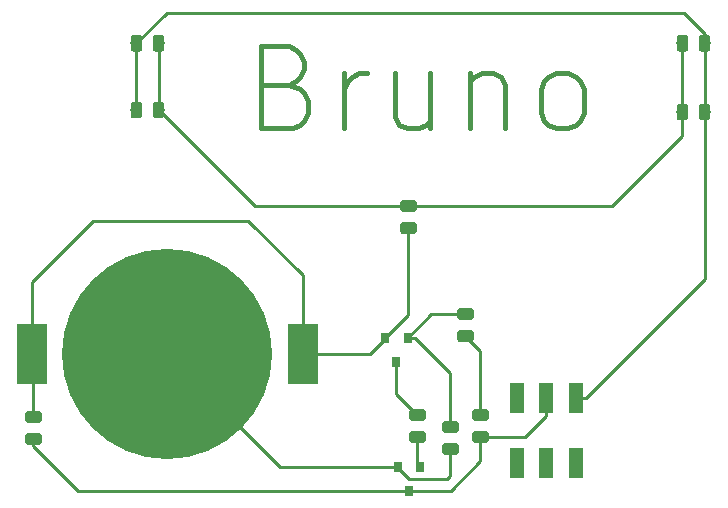
<source format=gbr>
G04 #@! TF.GenerationSoftware,KiCad,Pcbnew,5.0.1-33cea8e~68~ubuntu16.04.1*
G04 #@! TF.CreationDate,2019-01-28T11:16:33-05:00*
G04 #@! TF.ProjectId,nametag_final,6E616D657461675F66696E616C2E6B69,rev?*
G04 #@! TF.SameCoordinates,Original*
G04 #@! TF.FileFunction,Copper,L1,Top,Signal*
G04 #@! TF.FilePolarity,Positive*
%FSLAX46Y46*%
G04 Gerber Fmt 4.6, Leading zero omitted, Abs format (unit mm)*
G04 Created by KiCad (PCBNEW 5.0.1-33cea8e~68~ubuntu16.04.1) date Mon 28 Jan 2019 11:16:33 AM EST*
%MOMM*%
%LPD*%
G01*
G04 APERTURE LIST*
G04 #@! TA.AperFunction,NonConductor*
%ADD10C,0.400000*%
G04 #@! TD*
G04 #@! TA.AperFunction,SMDPad,CuDef*
%ADD11R,2.500000X5.100000*%
G04 #@! TD*
G04 #@! TA.AperFunction,BGAPad,CuDef*
%ADD12C,17.800000*%
G04 #@! TD*
G04 #@! TA.AperFunction,Conductor*
%ADD13C,0.100000*%
G04 #@! TD*
G04 #@! TA.AperFunction,SMDPad,CuDef*
%ADD14C,0.975000*%
G04 #@! TD*
G04 #@! TA.AperFunction,SMDPad,CuDef*
%ADD15R,0.800000X0.900000*%
G04 #@! TD*
G04 #@! TA.AperFunction,SMDPad,CuDef*
%ADD16R,1.200000X2.500000*%
G04 #@! TD*
G04 #@! TA.AperFunction,Conductor*
%ADD17C,0.250000*%
G04 #@! TD*
G04 APERTURE END LIST*
D10*
X105673333Y-74861800D02*
X106673333Y-75195133D01*
X107006666Y-75528466D01*
X107340000Y-76195133D01*
X107340000Y-77195133D01*
X107006666Y-77861800D01*
X106673333Y-78195133D01*
X106006666Y-78528466D01*
X103340000Y-78528466D01*
X103340000Y-71528466D01*
X105673333Y-71528466D01*
X106340000Y-71861800D01*
X106673333Y-72195133D01*
X107006666Y-72861800D01*
X107006666Y-73528466D01*
X106673333Y-74195133D01*
X106340000Y-74528466D01*
X105673333Y-74861800D01*
X103340000Y-74861800D01*
X110340000Y-78528466D02*
X110340000Y-73861800D01*
X110340000Y-75195133D02*
X110673333Y-74528466D01*
X111006666Y-74195133D01*
X111673333Y-73861800D01*
X112340000Y-73861800D01*
X117673333Y-73861800D02*
X117673333Y-78528466D01*
X114673333Y-73861800D02*
X114673333Y-77528466D01*
X115006666Y-78195133D01*
X115673333Y-78528466D01*
X116673333Y-78528466D01*
X117340000Y-78195133D01*
X117673333Y-77861800D01*
X121006666Y-73861800D02*
X121006666Y-78528466D01*
X121006666Y-74528466D02*
X121340000Y-74195133D01*
X122006666Y-73861800D01*
X123006666Y-73861800D01*
X123673333Y-74195133D01*
X124006666Y-74861800D01*
X124006666Y-78528466D01*
X128340000Y-78528466D02*
X127673333Y-78195133D01*
X127340000Y-77861800D01*
X127006666Y-77195133D01*
X127006666Y-75195133D01*
X127340000Y-74528466D01*
X127673333Y-74195133D01*
X128340000Y-73861800D01*
X129340000Y-73861800D01*
X130006666Y-74195133D01*
X130340000Y-74528466D01*
X130673333Y-75195133D01*
X130673333Y-77195133D01*
X130340000Y-77861800D01*
X130006666Y-78195133D01*
X129340000Y-78528466D01*
X128340000Y-78528466D01*
D11*
G04 #@! TO.P,BT1,1*
G04 #@! TO.N,VDD*
X83957800Y-97637600D03*
X106857800Y-97637600D03*
D12*
G04 #@! TO.P,BT1,2*
G04 #@! TO.N,GND*
X95407800Y-97637600D03*
G04 #@! TD*
D13*
G04 #@! TO.N,Net-(D1-Pad2)*
G04 #@! TO.C,D2*
G36*
X139284142Y-76438674D02*
X139307803Y-76442184D01*
X139331007Y-76447996D01*
X139353529Y-76456054D01*
X139375153Y-76466282D01*
X139395670Y-76478579D01*
X139414883Y-76492829D01*
X139432607Y-76508893D01*
X139448671Y-76526617D01*
X139462921Y-76545830D01*
X139475218Y-76566347D01*
X139485446Y-76587971D01*
X139493504Y-76610493D01*
X139499316Y-76633697D01*
X139502826Y-76657358D01*
X139504000Y-76681250D01*
X139504000Y-77593750D01*
X139502826Y-77617642D01*
X139499316Y-77641303D01*
X139493504Y-77664507D01*
X139485446Y-77687029D01*
X139475218Y-77708653D01*
X139462921Y-77729170D01*
X139448671Y-77748383D01*
X139432607Y-77766107D01*
X139414883Y-77782171D01*
X139395670Y-77796421D01*
X139375153Y-77808718D01*
X139353529Y-77818946D01*
X139331007Y-77827004D01*
X139307803Y-77832816D01*
X139284142Y-77836326D01*
X139260250Y-77837500D01*
X138772750Y-77837500D01*
X138748858Y-77836326D01*
X138725197Y-77832816D01*
X138701993Y-77827004D01*
X138679471Y-77818946D01*
X138657847Y-77808718D01*
X138637330Y-77796421D01*
X138618117Y-77782171D01*
X138600393Y-77766107D01*
X138584329Y-77748383D01*
X138570079Y-77729170D01*
X138557782Y-77708653D01*
X138547554Y-77687029D01*
X138539496Y-77664507D01*
X138533684Y-77641303D01*
X138530174Y-77617642D01*
X138529000Y-77593750D01*
X138529000Y-76681250D01*
X138530174Y-76657358D01*
X138533684Y-76633697D01*
X138539496Y-76610493D01*
X138547554Y-76587971D01*
X138557782Y-76566347D01*
X138570079Y-76545830D01*
X138584329Y-76526617D01*
X138600393Y-76508893D01*
X138618117Y-76492829D01*
X138637330Y-76478579D01*
X138657847Y-76466282D01*
X138679471Y-76456054D01*
X138701993Y-76447996D01*
X138725197Y-76442184D01*
X138748858Y-76438674D01*
X138772750Y-76437500D01*
X139260250Y-76437500D01*
X139284142Y-76438674D01*
X139284142Y-76438674D01*
G37*
D14*
G04 #@! TD*
G04 #@! TO.P,D2,2*
G04 #@! TO.N,Net-(D1-Pad2)*
X139016500Y-77137500D03*
D13*
G04 #@! TO.N,Net-(D1-Pad1)*
G04 #@! TO.C,D2*
G36*
X141159142Y-76438674D02*
X141182803Y-76442184D01*
X141206007Y-76447996D01*
X141228529Y-76456054D01*
X141250153Y-76466282D01*
X141270670Y-76478579D01*
X141289883Y-76492829D01*
X141307607Y-76508893D01*
X141323671Y-76526617D01*
X141337921Y-76545830D01*
X141350218Y-76566347D01*
X141360446Y-76587971D01*
X141368504Y-76610493D01*
X141374316Y-76633697D01*
X141377826Y-76657358D01*
X141379000Y-76681250D01*
X141379000Y-77593750D01*
X141377826Y-77617642D01*
X141374316Y-77641303D01*
X141368504Y-77664507D01*
X141360446Y-77687029D01*
X141350218Y-77708653D01*
X141337921Y-77729170D01*
X141323671Y-77748383D01*
X141307607Y-77766107D01*
X141289883Y-77782171D01*
X141270670Y-77796421D01*
X141250153Y-77808718D01*
X141228529Y-77818946D01*
X141206007Y-77827004D01*
X141182803Y-77832816D01*
X141159142Y-77836326D01*
X141135250Y-77837500D01*
X140647750Y-77837500D01*
X140623858Y-77836326D01*
X140600197Y-77832816D01*
X140576993Y-77827004D01*
X140554471Y-77818946D01*
X140532847Y-77808718D01*
X140512330Y-77796421D01*
X140493117Y-77782171D01*
X140475393Y-77766107D01*
X140459329Y-77748383D01*
X140445079Y-77729170D01*
X140432782Y-77708653D01*
X140422554Y-77687029D01*
X140414496Y-77664507D01*
X140408684Y-77641303D01*
X140405174Y-77617642D01*
X140404000Y-77593750D01*
X140404000Y-76681250D01*
X140405174Y-76657358D01*
X140408684Y-76633697D01*
X140414496Y-76610493D01*
X140422554Y-76587971D01*
X140432782Y-76566347D01*
X140445079Y-76545830D01*
X140459329Y-76526617D01*
X140475393Y-76508893D01*
X140493117Y-76492829D01*
X140512330Y-76478579D01*
X140532847Y-76466282D01*
X140554471Y-76456054D01*
X140576993Y-76447996D01*
X140600197Y-76442184D01*
X140623858Y-76438674D01*
X140647750Y-76437500D01*
X141135250Y-76437500D01*
X141159142Y-76438674D01*
X141159142Y-76438674D01*
G37*
D14*
G04 #@! TD*
G04 #@! TO.P,D2,1*
G04 #@! TO.N,Net-(D1-Pad1)*
X140891500Y-77137500D03*
D15*
G04 #@! TO.P,Q1,1*
G04 #@! TO.N,Net-(Q1-Pad1)*
X115758000Y-96282000D03*
G04 #@! TO.P,Q1,2*
G04 #@! TO.N,VDD*
X113858000Y-96282000D03*
G04 #@! TO.P,Q1,3*
G04 #@! TO.N,Net-(Q1-Pad3)*
X114808000Y-98282000D03*
G04 #@! TD*
G04 #@! TO.P,Q2,3*
G04 #@! TO.N,Net-(C1-Pad1)*
X115890000Y-109188000D03*
G04 #@! TO.P,Q2,2*
G04 #@! TO.N,GND*
X114940000Y-107188000D03*
G04 #@! TO.P,Q2,1*
G04 #@! TO.N,Net-(Q2-Pad1)*
X116840000Y-107188000D03*
G04 #@! TD*
D16*
G04 #@! TO.P,SW1,6*
G04 #@! TO.N,N/C*
X125008000Y-106846000D03*
G04 #@! TO.P,SW1,5*
X127508000Y-106846000D03*
G04 #@! TO.P,SW1,4*
X130008000Y-106846000D03*
G04 #@! TO.P,SW1,3*
G04 #@! TO.N,Net-(SW1-Pad3)*
X125008000Y-101346000D03*
G04 #@! TO.P,SW1,2*
G04 #@! TO.N,Net-(C1-Pad1)*
X127508000Y-101346000D03*
G04 #@! TO.P,SW1,1*
G04 #@! TO.N,Net-(D1-Pad1)*
X130008000Y-101346000D03*
G04 #@! TD*
D13*
G04 #@! TO.N,Net-(D1-Pad2)*
G04 #@! TO.C,D1*
G36*
X94931142Y-76263174D02*
X94954803Y-76266684D01*
X94978007Y-76272496D01*
X95000529Y-76280554D01*
X95022153Y-76290782D01*
X95042670Y-76303079D01*
X95061883Y-76317329D01*
X95079607Y-76333393D01*
X95095671Y-76351117D01*
X95109921Y-76370330D01*
X95122218Y-76390847D01*
X95132446Y-76412471D01*
X95140504Y-76434993D01*
X95146316Y-76458197D01*
X95149826Y-76481858D01*
X95151000Y-76505750D01*
X95151000Y-77418250D01*
X95149826Y-77442142D01*
X95146316Y-77465803D01*
X95140504Y-77489007D01*
X95132446Y-77511529D01*
X95122218Y-77533153D01*
X95109921Y-77553670D01*
X95095671Y-77572883D01*
X95079607Y-77590607D01*
X95061883Y-77606671D01*
X95042670Y-77620921D01*
X95022153Y-77633218D01*
X95000529Y-77643446D01*
X94978007Y-77651504D01*
X94954803Y-77657316D01*
X94931142Y-77660826D01*
X94907250Y-77662000D01*
X94419750Y-77662000D01*
X94395858Y-77660826D01*
X94372197Y-77657316D01*
X94348993Y-77651504D01*
X94326471Y-77643446D01*
X94304847Y-77633218D01*
X94284330Y-77620921D01*
X94265117Y-77606671D01*
X94247393Y-77590607D01*
X94231329Y-77572883D01*
X94217079Y-77553670D01*
X94204782Y-77533153D01*
X94194554Y-77511529D01*
X94186496Y-77489007D01*
X94180684Y-77465803D01*
X94177174Y-77442142D01*
X94176000Y-77418250D01*
X94176000Y-76505750D01*
X94177174Y-76481858D01*
X94180684Y-76458197D01*
X94186496Y-76434993D01*
X94194554Y-76412471D01*
X94204782Y-76390847D01*
X94217079Y-76370330D01*
X94231329Y-76351117D01*
X94247393Y-76333393D01*
X94265117Y-76317329D01*
X94284330Y-76303079D01*
X94304847Y-76290782D01*
X94326471Y-76280554D01*
X94348993Y-76272496D01*
X94372197Y-76266684D01*
X94395858Y-76263174D01*
X94419750Y-76262000D01*
X94907250Y-76262000D01*
X94931142Y-76263174D01*
X94931142Y-76263174D01*
G37*
D14*
G04 #@! TD*
G04 #@! TO.P,D1,2*
G04 #@! TO.N,Net-(D1-Pad2)*
X94663500Y-76962000D03*
D13*
G04 #@! TO.N,Net-(D1-Pad1)*
G04 #@! TO.C,D1*
G36*
X93056142Y-76263174D02*
X93079803Y-76266684D01*
X93103007Y-76272496D01*
X93125529Y-76280554D01*
X93147153Y-76290782D01*
X93167670Y-76303079D01*
X93186883Y-76317329D01*
X93204607Y-76333393D01*
X93220671Y-76351117D01*
X93234921Y-76370330D01*
X93247218Y-76390847D01*
X93257446Y-76412471D01*
X93265504Y-76434993D01*
X93271316Y-76458197D01*
X93274826Y-76481858D01*
X93276000Y-76505750D01*
X93276000Y-77418250D01*
X93274826Y-77442142D01*
X93271316Y-77465803D01*
X93265504Y-77489007D01*
X93257446Y-77511529D01*
X93247218Y-77533153D01*
X93234921Y-77553670D01*
X93220671Y-77572883D01*
X93204607Y-77590607D01*
X93186883Y-77606671D01*
X93167670Y-77620921D01*
X93147153Y-77633218D01*
X93125529Y-77643446D01*
X93103007Y-77651504D01*
X93079803Y-77657316D01*
X93056142Y-77660826D01*
X93032250Y-77662000D01*
X92544750Y-77662000D01*
X92520858Y-77660826D01*
X92497197Y-77657316D01*
X92473993Y-77651504D01*
X92451471Y-77643446D01*
X92429847Y-77633218D01*
X92409330Y-77620921D01*
X92390117Y-77606671D01*
X92372393Y-77590607D01*
X92356329Y-77572883D01*
X92342079Y-77553670D01*
X92329782Y-77533153D01*
X92319554Y-77511529D01*
X92311496Y-77489007D01*
X92305684Y-77465803D01*
X92302174Y-77442142D01*
X92301000Y-77418250D01*
X92301000Y-76505750D01*
X92302174Y-76481858D01*
X92305684Y-76458197D01*
X92311496Y-76434993D01*
X92319554Y-76412471D01*
X92329782Y-76390847D01*
X92342079Y-76370330D01*
X92356329Y-76351117D01*
X92372393Y-76333393D01*
X92390117Y-76317329D01*
X92409330Y-76303079D01*
X92429847Y-76290782D01*
X92451471Y-76280554D01*
X92473993Y-76272496D01*
X92497197Y-76266684D01*
X92520858Y-76263174D01*
X92544750Y-76262000D01*
X93032250Y-76262000D01*
X93056142Y-76263174D01*
X93056142Y-76263174D01*
G37*
D14*
G04 #@! TD*
G04 #@! TO.P,D1,1*
G04 #@! TO.N,Net-(D1-Pad1)*
X92788500Y-76962000D03*
D13*
G04 #@! TO.N,Net-(D1-Pad2)*
G04 #@! TO.C,D3*
G36*
X94933442Y-70624374D02*
X94957103Y-70627884D01*
X94980307Y-70633696D01*
X95002829Y-70641754D01*
X95024453Y-70651982D01*
X95044970Y-70664279D01*
X95064183Y-70678529D01*
X95081907Y-70694593D01*
X95097971Y-70712317D01*
X95112221Y-70731530D01*
X95124518Y-70752047D01*
X95134746Y-70773671D01*
X95142804Y-70796193D01*
X95148616Y-70819397D01*
X95152126Y-70843058D01*
X95153300Y-70866950D01*
X95153300Y-71779450D01*
X95152126Y-71803342D01*
X95148616Y-71827003D01*
X95142804Y-71850207D01*
X95134746Y-71872729D01*
X95124518Y-71894353D01*
X95112221Y-71914870D01*
X95097971Y-71934083D01*
X95081907Y-71951807D01*
X95064183Y-71967871D01*
X95044970Y-71982121D01*
X95024453Y-71994418D01*
X95002829Y-72004646D01*
X94980307Y-72012704D01*
X94957103Y-72018516D01*
X94933442Y-72022026D01*
X94909550Y-72023200D01*
X94422050Y-72023200D01*
X94398158Y-72022026D01*
X94374497Y-72018516D01*
X94351293Y-72012704D01*
X94328771Y-72004646D01*
X94307147Y-71994418D01*
X94286630Y-71982121D01*
X94267417Y-71967871D01*
X94249693Y-71951807D01*
X94233629Y-71934083D01*
X94219379Y-71914870D01*
X94207082Y-71894353D01*
X94196854Y-71872729D01*
X94188796Y-71850207D01*
X94182984Y-71827003D01*
X94179474Y-71803342D01*
X94178300Y-71779450D01*
X94178300Y-70866950D01*
X94179474Y-70843058D01*
X94182984Y-70819397D01*
X94188796Y-70796193D01*
X94196854Y-70773671D01*
X94207082Y-70752047D01*
X94219379Y-70731530D01*
X94233629Y-70712317D01*
X94249693Y-70694593D01*
X94267417Y-70678529D01*
X94286630Y-70664279D01*
X94307147Y-70651982D01*
X94328771Y-70641754D01*
X94351293Y-70633696D01*
X94374497Y-70627884D01*
X94398158Y-70624374D01*
X94422050Y-70623200D01*
X94909550Y-70623200D01*
X94933442Y-70624374D01*
X94933442Y-70624374D01*
G37*
D14*
G04 #@! TD*
G04 #@! TO.P,D3,2*
G04 #@! TO.N,Net-(D1-Pad2)*
X94665800Y-71323200D03*
D13*
G04 #@! TO.N,Net-(D1-Pad1)*
G04 #@! TO.C,D3*
G36*
X93058442Y-70624374D02*
X93082103Y-70627884D01*
X93105307Y-70633696D01*
X93127829Y-70641754D01*
X93149453Y-70651982D01*
X93169970Y-70664279D01*
X93189183Y-70678529D01*
X93206907Y-70694593D01*
X93222971Y-70712317D01*
X93237221Y-70731530D01*
X93249518Y-70752047D01*
X93259746Y-70773671D01*
X93267804Y-70796193D01*
X93273616Y-70819397D01*
X93277126Y-70843058D01*
X93278300Y-70866950D01*
X93278300Y-71779450D01*
X93277126Y-71803342D01*
X93273616Y-71827003D01*
X93267804Y-71850207D01*
X93259746Y-71872729D01*
X93249518Y-71894353D01*
X93237221Y-71914870D01*
X93222971Y-71934083D01*
X93206907Y-71951807D01*
X93189183Y-71967871D01*
X93169970Y-71982121D01*
X93149453Y-71994418D01*
X93127829Y-72004646D01*
X93105307Y-72012704D01*
X93082103Y-72018516D01*
X93058442Y-72022026D01*
X93034550Y-72023200D01*
X92547050Y-72023200D01*
X92523158Y-72022026D01*
X92499497Y-72018516D01*
X92476293Y-72012704D01*
X92453771Y-72004646D01*
X92432147Y-71994418D01*
X92411630Y-71982121D01*
X92392417Y-71967871D01*
X92374693Y-71951807D01*
X92358629Y-71934083D01*
X92344379Y-71914870D01*
X92332082Y-71894353D01*
X92321854Y-71872729D01*
X92313796Y-71850207D01*
X92307984Y-71827003D01*
X92304474Y-71803342D01*
X92303300Y-71779450D01*
X92303300Y-70866950D01*
X92304474Y-70843058D01*
X92307984Y-70819397D01*
X92313796Y-70796193D01*
X92321854Y-70773671D01*
X92332082Y-70752047D01*
X92344379Y-70731530D01*
X92358629Y-70712317D01*
X92374693Y-70694593D01*
X92392417Y-70678529D01*
X92411630Y-70664279D01*
X92432147Y-70651982D01*
X92453771Y-70641754D01*
X92476293Y-70633696D01*
X92499497Y-70627884D01*
X92523158Y-70624374D01*
X92547050Y-70623200D01*
X93034550Y-70623200D01*
X93058442Y-70624374D01*
X93058442Y-70624374D01*
G37*
D14*
G04 #@! TD*
G04 #@! TO.P,D3,1*
G04 #@! TO.N,Net-(D1-Pad1)*
X92790800Y-71323200D03*
D13*
G04 #@! TO.N,Net-(D1-Pad1)*
G04 #@! TO.C,D4*
G36*
X141161442Y-70624374D02*
X141185103Y-70627884D01*
X141208307Y-70633696D01*
X141230829Y-70641754D01*
X141252453Y-70651982D01*
X141272970Y-70664279D01*
X141292183Y-70678529D01*
X141309907Y-70694593D01*
X141325971Y-70712317D01*
X141340221Y-70731530D01*
X141352518Y-70752047D01*
X141362746Y-70773671D01*
X141370804Y-70796193D01*
X141376616Y-70819397D01*
X141380126Y-70843058D01*
X141381300Y-70866950D01*
X141381300Y-71779450D01*
X141380126Y-71803342D01*
X141376616Y-71827003D01*
X141370804Y-71850207D01*
X141362746Y-71872729D01*
X141352518Y-71894353D01*
X141340221Y-71914870D01*
X141325971Y-71934083D01*
X141309907Y-71951807D01*
X141292183Y-71967871D01*
X141272970Y-71982121D01*
X141252453Y-71994418D01*
X141230829Y-72004646D01*
X141208307Y-72012704D01*
X141185103Y-72018516D01*
X141161442Y-72022026D01*
X141137550Y-72023200D01*
X140650050Y-72023200D01*
X140626158Y-72022026D01*
X140602497Y-72018516D01*
X140579293Y-72012704D01*
X140556771Y-72004646D01*
X140535147Y-71994418D01*
X140514630Y-71982121D01*
X140495417Y-71967871D01*
X140477693Y-71951807D01*
X140461629Y-71934083D01*
X140447379Y-71914870D01*
X140435082Y-71894353D01*
X140424854Y-71872729D01*
X140416796Y-71850207D01*
X140410984Y-71827003D01*
X140407474Y-71803342D01*
X140406300Y-71779450D01*
X140406300Y-70866950D01*
X140407474Y-70843058D01*
X140410984Y-70819397D01*
X140416796Y-70796193D01*
X140424854Y-70773671D01*
X140435082Y-70752047D01*
X140447379Y-70731530D01*
X140461629Y-70712317D01*
X140477693Y-70694593D01*
X140495417Y-70678529D01*
X140514630Y-70664279D01*
X140535147Y-70651982D01*
X140556771Y-70641754D01*
X140579293Y-70633696D01*
X140602497Y-70627884D01*
X140626158Y-70624374D01*
X140650050Y-70623200D01*
X141137550Y-70623200D01*
X141161442Y-70624374D01*
X141161442Y-70624374D01*
G37*
D14*
G04 #@! TD*
G04 #@! TO.P,D4,1*
G04 #@! TO.N,Net-(D1-Pad1)*
X140893800Y-71323200D03*
D13*
G04 #@! TO.N,Net-(D1-Pad2)*
G04 #@! TO.C,D4*
G36*
X139286442Y-70624374D02*
X139310103Y-70627884D01*
X139333307Y-70633696D01*
X139355829Y-70641754D01*
X139377453Y-70651982D01*
X139397970Y-70664279D01*
X139417183Y-70678529D01*
X139434907Y-70694593D01*
X139450971Y-70712317D01*
X139465221Y-70731530D01*
X139477518Y-70752047D01*
X139487746Y-70773671D01*
X139495804Y-70796193D01*
X139501616Y-70819397D01*
X139505126Y-70843058D01*
X139506300Y-70866950D01*
X139506300Y-71779450D01*
X139505126Y-71803342D01*
X139501616Y-71827003D01*
X139495804Y-71850207D01*
X139487746Y-71872729D01*
X139477518Y-71894353D01*
X139465221Y-71914870D01*
X139450971Y-71934083D01*
X139434907Y-71951807D01*
X139417183Y-71967871D01*
X139397970Y-71982121D01*
X139377453Y-71994418D01*
X139355829Y-72004646D01*
X139333307Y-72012704D01*
X139310103Y-72018516D01*
X139286442Y-72022026D01*
X139262550Y-72023200D01*
X138775050Y-72023200D01*
X138751158Y-72022026D01*
X138727497Y-72018516D01*
X138704293Y-72012704D01*
X138681771Y-72004646D01*
X138660147Y-71994418D01*
X138639630Y-71982121D01*
X138620417Y-71967871D01*
X138602693Y-71951807D01*
X138586629Y-71934083D01*
X138572379Y-71914870D01*
X138560082Y-71894353D01*
X138549854Y-71872729D01*
X138541796Y-71850207D01*
X138535984Y-71827003D01*
X138532474Y-71803342D01*
X138531300Y-71779450D01*
X138531300Y-70866950D01*
X138532474Y-70843058D01*
X138535984Y-70819397D01*
X138541796Y-70796193D01*
X138549854Y-70773671D01*
X138560082Y-70752047D01*
X138572379Y-70731530D01*
X138586629Y-70712317D01*
X138602693Y-70694593D01*
X138620417Y-70678529D01*
X138639630Y-70664279D01*
X138660147Y-70651982D01*
X138681771Y-70641754D01*
X138704293Y-70633696D01*
X138727497Y-70627884D01*
X138751158Y-70624374D01*
X138775050Y-70623200D01*
X139262550Y-70623200D01*
X139286442Y-70624374D01*
X139286442Y-70624374D01*
G37*
D14*
G04 #@! TD*
G04 #@! TO.P,D4,2*
G04 #@! TO.N,Net-(D1-Pad2)*
X139018800Y-71323200D03*
D13*
G04 #@! TO.N,Net-(C1-Pad1)*
G04 #@! TO.C,C1*
G36*
X122400142Y-104161674D02*
X122423803Y-104165184D01*
X122447007Y-104170996D01*
X122469529Y-104179054D01*
X122491153Y-104189282D01*
X122511670Y-104201579D01*
X122530883Y-104215829D01*
X122548607Y-104231893D01*
X122564671Y-104249617D01*
X122578921Y-104268830D01*
X122591218Y-104289347D01*
X122601446Y-104310971D01*
X122609504Y-104333493D01*
X122615316Y-104356697D01*
X122618826Y-104380358D01*
X122620000Y-104404250D01*
X122620000Y-104891750D01*
X122618826Y-104915642D01*
X122615316Y-104939303D01*
X122609504Y-104962507D01*
X122601446Y-104985029D01*
X122591218Y-105006653D01*
X122578921Y-105027170D01*
X122564671Y-105046383D01*
X122548607Y-105064107D01*
X122530883Y-105080171D01*
X122511670Y-105094421D01*
X122491153Y-105106718D01*
X122469529Y-105116946D01*
X122447007Y-105125004D01*
X122423803Y-105130816D01*
X122400142Y-105134326D01*
X122376250Y-105135500D01*
X121463750Y-105135500D01*
X121439858Y-105134326D01*
X121416197Y-105130816D01*
X121392993Y-105125004D01*
X121370471Y-105116946D01*
X121348847Y-105106718D01*
X121328330Y-105094421D01*
X121309117Y-105080171D01*
X121291393Y-105064107D01*
X121275329Y-105046383D01*
X121261079Y-105027170D01*
X121248782Y-105006653D01*
X121238554Y-104985029D01*
X121230496Y-104962507D01*
X121224684Y-104939303D01*
X121221174Y-104915642D01*
X121220000Y-104891750D01*
X121220000Y-104404250D01*
X121221174Y-104380358D01*
X121224684Y-104356697D01*
X121230496Y-104333493D01*
X121238554Y-104310971D01*
X121248782Y-104289347D01*
X121261079Y-104268830D01*
X121275329Y-104249617D01*
X121291393Y-104231893D01*
X121309117Y-104215829D01*
X121328330Y-104201579D01*
X121348847Y-104189282D01*
X121370471Y-104179054D01*
X121392993Y-104170996D01*
X121416197Y-104165184D01*
X121439858Y-104161674D01*
X121463750Y-104160500D01*
X122376250Y-104160500D01*
X122400142Y-104161674D01*
X122400142Y-104161674D01*
G37*
D14*
G04 #@! TD*
G04 #@! TO.P,C1,1*
G04 #@! TO.N,Net-(C1-Pad1)*
X121920000Y-104648000D03*
D13*
G04 #@! TO.N,Net-(C1-Pad2)*
G04 #@! TO.C,C1*
G36*
X122400142Y-102286674D02*
X122423803Y-102290184D01*
X122447007Y-102295996D01*
X122469529Y-102304054D01*
X122491153Y-102314282D01*
X122511670Y-102326579D01*
X122530883Y-102340829D01*
X122548607Y-102356893D01*
X122564671Y-102374617D01*
X122578921Y-102393830D01*
X122591218Y-102414347D01*
X122601446Y-102435971D01*
X122609504Y-102458493D01*
X122615316Y-102481697D01*
X122618826Y-102505358D01*
X122620000Y-102529250D01*
X122620000Y-103016750D01*
X122618826Y-103040642D01*
X122615316Y-103064303D01*
X122609504Y-103087507D01*
X122601446Y-103110029D01*
X122591218Y-103131653D01*
X122578921Y-103152170D01*
X122564671Y-103171383D01*
X122548607Y-103189107D01*
X122530883Y-103205171D01*
X122511670Y-103219421D01*
X122491153Y-103231718D01*
X122469529Y-103241946D01*
X122447007Y-103250004D01*
X122423803Y-103255816D01*
X122400142Y-103259326D01*
X122376250Y-103260500D01*
X121463750Y-103260500D01*
X121439858Y-103259326D01*
X121416197Y-103255816D01*
X121392993Y-103250004D01*
X121370471Y-103241946D01*
X121348847Y-103231718D01*
X121328330Y-103219421D01*
X121309117Y-103205171D01*
X121291393Y-103189107D01*
X121275329Y-103171383D01*
X121261079Y-103152170D01*
X121248782Y-103131653D01*
X121238554Y-103110029D01*
X121230496Y-103087507D01*
X121224684Y-103064303D01*
X121221174Y-103040642D01*
X121220000Y-103016750D01*
X121220000Y-102529250D01*
X121221174Y-102505358D01*
X121224684Y-102481697D01*
X121230496Y-102458493D01*
X121238554Y-102435971D01*
X121248782Y-102414347D01*
X121261079Y-102393830D01*
X121275329Y-102374617D01*
X121291393Y-102356893D01*
X121309117Y-102340829D01*
X121328330Y-102326579D01*
X121348847Y-102314282D01*
X121370471Y-102304054D01*
X121392993Y-102295996D01*
X121416197Y-102290184D01*
X121439858Y-102286674D01*
X121463750Y-102285500D01*
X122376250Y-102285500D01*
X122400142Y-102286674D01*
X122400142Y-102286674D01*
G37*
D14*
G04 #@! TD*
G04 #@! TO.P,C1,2*
G04 #@! TO.N,Net-(C1-Pad2)*
X121920000Y-102773000D03*
D13*
G04 #@! TO.N,Net-(Q2-Pad1)*
G04 #@! TO.C,R1*
G36*
X117066142Y-104161674D02*
X117089803Y-104165184D01*
X117113007Y-104170996D01*
X117135529Y-104179054D01*
X117157153Y-104189282D01*
X117177670Y-104201579D01*
X117196883Y-104215829D01*
X117214607Y-104231893D01*
X117230671Y-104249617D01*
X117244921Y-104268830D01*
X117257218Y-104289347D01*
X117267446Y-104310971D01*
X117275504Y-104333493D01*
X117281316Y-104356697D01*
X117284826Y-104380358D01*
X117286000Y-104404250D01*
X117286000Y-104891750D01*
X117284826Y-104915642D01*
X117281316Y-104939303D01*
X117275504Y-104962507D01*
X117267446Y-104985029D01*
X117257218Y-105006653D01*
X117244921Y-105027170D01*
X117230671Y-105046383D01*
X117214607Y-105064107D01*
X117196883Y-105080171D01*
X117177670Y-105094421D01*
X117157153Y-105106718D01*
X117135529Y-105116946D01*
X117113007Y-105125004D01*
X117089803Y-105130816D01*
X117066142Y-105134326D01*
X117042250Y-105135500D01*
X116129750Y-105135500D01*
X116105858Y-105134326D01*
X116082197Y-105130816D01*
X116058993Y-105125004D01*
X116036471Y-105116946D01*
X116014847Y-105106718D01*
X115994330Y-105094421D01*
X115975117Y-105080171D01*
X115957393Y-105064107D01*
X115941329Y-105046383D01*
X115927079Y-105027170D01*
X115914782Y-105006653D01*
X115904554Y-104985029D01*
X115896496Y-104962507D01*
X115890684Y-104939303D01*
X115887174Y-104915642D01*
X115886000Y-104891750D01*
X115886000Y-104404250D01*
X115887174Y-104380358D01*
X115890684Y-104356697D01*
X115896496Y-104333493D01*
X115904554Y-104310971D01*
X115914782Y-104289347D01*
X115927079Y-104268830D01*
X115941329Y-104249617D01*
X115957393Y-104231893D01*
X115975117Y-104215829D01*
X115994330Y-104201579D01*
X116014847Y-104189282D01*
X116036471Y-104179054D01*
X116058993Y-104170996D01*
X116082197Y-104165184D01*
X116105858Y-104161674D01*
X116129750Y-104160500D01*
X117042250Y-104160500D01*
X117066142Y-104161674D01*
X117066142Y-104161674D01*
G37*
D14*
G04 #@! TD*
G04 #@! TO.P,R1,1*
G04 #@! TO.N,Net-(Q2-Pad1)*
X116586000Y-104648000D03*
D13*
G04 #@! TO.N,Net-(Q1-Pad3)*
G04 #@! TO.C,R1*
G36*
X117066142Y-102286674D02*
X117089803Y-102290184D01*
X117113007Y-102295996D01*
X117135529Y-102304054D01*
X117157153Y-102314282D01*
X117177670Y-102326579D01*
X117196883Y-102340829D01*
X117214607Y-102356893D01*
X117230671Y-102374617D01*
X117244921Y-102393830D01*
X117257218Y-102414347D01*
X117267446Y-102435971D01*
X117275504Y-102458493D01*
X117281316Y-102481697D01*
X117284826Y-102505358D01*
X117286000Y-102529250D01*
X117286000Y-103016750D01*
X117284826Y-103040642D01*
X117281316Y-103064303D01*
X117275504Y-103087507D01*
X117267446Y-103110029D01*
X117257218Y-103131653D01*
X117244921Y-103152170D01*
X117230671Y-103171383D01*
X117214607Y-103189107D01*
X117196883Y-103205171D01*
X117177670Y-103219421D01*
X117157153Y-103231718D01*
X117135529Y-103241946D01*
X117113007Y-103250004D01*
X117089803Y-103255816D01*
X117066142Y-103259326D01*
X117042250Y-103260500D01*
X116129750Y-103260500D01*
X116105858Y-103259326D01*
X116082197Y-103255816D01*
X116058993Y-103250004D01*
X116036471Y-103241946D01*
X116014847Y-103231718D01*
X115994330Y-103219421D01*
X115975117Y-103205171D01*
X115957393Y-103189107D01*
X115941329Y-103171383D01*
X115927079Y-103152170D01*
X115914782Y-103131653D01*
X115904554Y-103110029D01*
X115896496Y-103087507D01*
X115890684Y-103064303D01*
X115887174Y-103040642D01*
X115886000Y-103016750D01*
X115886000Y-102529250D01*
X115887174Y-102505358D01*
X115890684Y-102481697D01*
X115896496Y-102458493D01*
X115904554Y-102435971D01*
X115914782Y-102414347D01*
X115927079Y-102393830D01*
X115941329Y-102374617D01*
X115957393Y-102356893D01*
X115975117Y-102340829D01*
X115994330Y-102326579D01*
X116014847Y-102314282D01*
X116036471Y-102304054D01*
X116058993Y-102295996D01*
X116082197Y-102290184D01*
X116105858Y-102286674D01*
X116129750Y-102285500D01*
X117042250Y-102285500D01*
X117066142Y-102286674D01*
X117066142Y-102286674D01*
G37*
D14*
G04 #@! TD*
G04 #@! TO.P,R1,2*
G04 #@! TO.N,Net-(Q1-Pad3)*
X116586000Y-102773000D03*
D13*
G04 #@! TO.N,VDD*
G04 #@! TO.C,R2*
G36*
X84554142Y-102462174D02*
X84577803Y-102465684D01*
X84601007Y-102471496D01*
X84623529Y-102479554D01*
X84645153Y-102489782D01*
X84665670Y-102502079D01*
X84684883Y-102516329D01*
X84702607Y-102532393D01*
X84718671Y-102550117D01*
X84732921Y-102569330D01*
X84745218Y-102589847D01*
X84755446Y-102611471D01*
X84763504Y-102633993D01*
X84769316Y-102657197D01*
X84772826Y-102680858D01*
X84774000Y-102704750D01*
X84774000Y-103192250D01*
X84772826Y-103216142D01*
X84769316Y-103239803D01*
X84763504Y-103263007D01*
X84755446Y-103285529D01*
X84745218Y-103307153D01*
X84732921Y-103327670D01*
X84718671Y-103346883D01*
X84702607Y-103364607D01*
X84684883Y-103380671D01*
X84665670Y-103394921D01*
X84645153Y-103407218D01*
X84623529Y-103417446D01*
X84601007Y-103425504D01*
X84577803Y-103431316D01*
X84554142Y-103434826D01*
X84530250Y-103436000D01*
X83617750Y-103436000D01*
X83593858Y-103434826D01*
X83570197Y-103431316D01*
X83546993Y-103425504D01*
X83524471Y-103417446D01*
X83502847Y-103407218D01*
X83482330Y-103394921D01*
X83463117Y-103380671D01*
X83445393Y-103364607D01*
X83429329Y-103346883D01*
X83415079Y-103327670D01*
X83402782Y-103307153D01*
X83392554Y-103285529D01*
X83384496Y-103263007D01*
X83378684Y-103239803D01*
X83375174Y-103216142D01*
X83374000Y-103192250D01*
X83374000Y-102704750D01*
X83375174Y-102680858D01*
X83378684Y-102657197D01*
X83384496Y-102633993D01*
X83392554Y-102611471D01*
X83402782Y-102589847D01*
X83415079Y-102569330D01*
X83429329Y-102550117D01*
X83445393Y-102532393D01*
X83463117Y-102516329D01*
X83482330Y-102502079D01*
X83502847Y-102489782D01*
X83524471Y-102479554D01*
X83546993Y-102471496D01*
X83570197Y-102465684D01*
X83593858Y-102462174D01*
X83617750Y-102461000D01*
X84530250Y-102461000D01*
X84554142Y-102462174D01*
X84554142Y-102462174D01*
G37*
D14*
G04 #@! TD*
G04 #@! TO.P,R2,1*
G04 #@! TO.N,VDD*
X84074000Y-102948500D03*
D13*
G04 #@! TO.N,Net-(C1-Pad1)*
G04 #@! TO.C,R2*
G36*
X84554142Y-104337174D02*
X84577803Y-104340684D01*
X84601007Y-104346496D01*
X84623529Y-104354554D01*
X84645153Y-104364782D01*
X84665670Y-104377079D01*
X84684883Y-104391329D01*
X84702607Y-104407393D01*
X84718671Y-104425117D01*
X84732921Y-104444330D01*
X84745218Y-104464847D01*
X84755446Y-104486471D01*
X84763504Y-104508993D01*
X84769316Y-104532197D01*
X84772826Y-104555858D01*
X84774000Y-104579750D01*
X84774000Y-105067250D01*
X84772826Y-105091142D01*
X84769316Y-105114803D01*
X84763504Y-105138007D01*
X84755446Y-105160529D01*
X84745218Y-105182153D01*
X84732921Y-105202670D01*
X84718671Y-105221883D01*
X84702607Y-105239607D01*
X84684883Y-105255671D01*
X84665670Y-105269921D01*
X84645153Y-105282218D01*
X84623529Y-105292446D01*
X84601007Y-105300504D01*
X84577803Y-105306316D01*
X84554142Y-105309826D01*
X84530250Y-105311000D01*
X83617750Y-105311000D01*
X83593858Y-105309826D01*
X83570197Y-105306316D01*
X83546993Y-105300504D01*
X83524471Y-105292446D01*
X83502847Y-105282218D01*
X83482330Y-105269921D01*
X83463117Y-105255671D01*
X83445393Y-105239607D01*
X83429329Y-105221883D01*
X83415079Y-105202670D01*
X83402782Y-105182153D01*
X83392554Y-105160529D01*
X83384496Y-105138007D01*
X83378684Y-105114803D01*
X83375174Y-105091142D01*
X83374000Y-105067250D01*
X83374000Y-104579750D01*
X83375174Y-104555858D01*
X83378684Y-104532197D01*
X83384496Y-104508993D01*
X83392554Y-104486471D01*
X83402782Y-104464847D01*
X83415079Y-104444330D01*
X83429329Y-104425117D01*
X83445393Y-104407393D01*
X83463117Y-104391329D01*
X83482330Y-104377079D01*
X83502847Y-104364782D01*
X83524471Y-104354554D01*
X83546993Y-104346496D01*
X83570197Y-104340684D01*
X83593858Y-104337174D01*
X83617750Y-104336000D01*
X84530250Y-104336000D01*
X84554142Y-104337174D01*
X84554142Y-104337174D01*
G37*
D14*
G04 #@! TD*
G04 #@! TO.P,R2,2*
G04 #@! TO.N,Net-(C1-Pad1)*
X84074000Y-104823500D03*
D13*
G04 #@! TO.N,Net-(C1-Pad2)*
G04 #@! TO.C,R3*
G36*
X121130142Y-95622674D02*
X121153803Y-95626184D01*
X121177007Y-95631996D01*
X121199529Y-95640054D01*
X121221153Y-95650282D01*
X121241670Y-95662579D01*
X121260883Y-95676829D01*
X121278607Y-95692893D01*
X121294671Y-95710617D01*
X121308921Y-95729830D01*
X121321218Y-95750347D01*
X121331446Y-95771971D01*
X121339504Y-95794493D01*
X121345316Y-95817697D01*
X121348826Y-95841358D01*
X121350000Y-95865250D01*
X121350000Y-96352750D01*
X121348826Y-96376642D01*
X121345316Y-96400303D01*
X121339504Y-96423507D01*
X121331446Y-96446029D01*
X121321218Y-96467653D01*
X121308921Y-96488170D01*
X121294671Y-96507383D01*
X121278607Y-96525107D01*
X121260883Y-96541171D01*
X121241670Y-96555421D01*
X121221153Y-96567718D01*
X121199529Y-96577946D01*
X121177007Y-96586004D01*
X121153803Y-96591816D01*
X121130142Y-96595326D01*
X121106250Y-96596500D01*
X120193750Y-96596500D01*
X120169858Y-96595326D01*
X120146197Y-96591816D01*
X120122993Y-96586004D01*
X120100471Y-96577946D01*
X120078847Y-96567718D01*
X120058330Y-96555421D01*
X120039117Y-96541171D01*
X120021393Y-96525107D01*
X120005329Y-96507383D01*
X119991079Y-96488170D01*
X119978782Y-96467653D01*
X119968554Y-96446029D01*
X119960496Y-96423507D01*
X119954684Y-96400303D01*
X119951174Y-96376642D01*
X119950000Y-96352750D01*
X119950000Y-95865250D01*
X119951174Y-95841358D01*
X119954684Y-95817697D01*
X119960496Y-95794493D01*
X119968554Y-95771971D01*
X119978782Y-95750347D01*
X119991079Y-95729830D01*
X120005329Y-95710617D01*
X120021393Y-95692893D01*
X120039117Y-95676829D01*
X120058330Y-95662579D01*
X120078847Y-95650282D01*
X120100471Y-95640054D01*
X120122993Y-95631996D01*
X120146197Y-95626184D01*
X120169858Y-95622674D01*
X120193750Y-95621500D01*
X121106250Y-95621500D01*
X121130142Y-95622674D01*
X121130142Y-95622674D01*
G37*
D14*
G04 #@! TD*
G04 #@! TO.P,R3,1*
G04 #@! TO.N,Net-(C1-Pad2)*
X120650000Y-96109000D03*
D13*
G04 #@! TO.N,Net-(Q1-Pad1)*
G04 #@! TO.C,R3*
G36*
X121130142Y-93747674D02*
X121153803Y-93751184D01*
X121177007Y-93756996D01*
X121199529Y-93765054D01*
X121221153Y-93775282D01*
X121241670Y-93787579D01*
X121260883Y-93801829D01*
X121278607Y-93817893D01*
X121294671Y-93835617D01*
X121308921Y-93854830D01*
X121321218Y-93875347D01*
X121331446Y-93896971D01*
X121339504Y-93919493D01*
X121345316Y-93942697D01*
X121348826Y-93966358D01*
X121350000Y-93990250D01*
X121350000Y-94477750D01*
X121348826Y-94501642D01*
X121345316Y-94525303D01*
X121339504Y-94548507D01*
X121331446Y-94571029D01*
X121321218Y-94592653D01*
X121308921Y-94613170D01*
X121294671Y-94632383D01*
X121278607Y-94650107D01*
X121260883Y-94666171D01*
X121241670Y-94680421D01*
X121221153Y-94692718D01*
X121199529Y-94702946D01*
X121177007Y-94711004D01*
X121153803Y-94716816D01*
X121130142Y-94720326D01*
X121106250Y-94721500D01*
X120193750Y-94721500D01*
X120169858Y-94720326D01*
X120146197Y-94716816D01*
X120122993Y-94711004D01*
X120100471Y-94702946D01*
X120078847Y-94692718D01*
X120058330Y-94680421D01*
X120039117Y-94666171D01*
X120021393Y-94650107D01*
X120005329Y-94632383D01*
X119991079Y-94613170D01*
X119978782Y-94592653D01*
X119968554Y-94571029D01*
X119960496Y-94548507D01*
X119954684Y-94525303D01*
X119951174Y-94501642D01*
X119950000Y-94477750D01*
X119950000Y-93990250D01*
X119951174Y-93966358D01*
X119954684Y-93942697D01*
X119960496Y-93919493D01*
X119968554Y-93896971D01*
X119978782Y-93875347D01*
X119991079Y-93854830D01*
X120005329Y-93835617D01*
X120021393Y-93817893D01*
X120039117Y-93801829D01*
X120058330Y-93787579D01*
X120078847Y-93775282D01*
X120100471Y-93765054D01*
X120122993Y-93756996D01*
X120146197Y-93751184D01*
X120169858Y-93747674D01*
X120193750Y-93746500D01*
X121106250Y-93746500D01*
X121130142Y-93747674D01*
X121130142Y-93747674D01*
G37*
D14*
G04 #@! TD*
G04 #@! TO.P,R3,2*
G04 #@! TO.N,Net-(Q1-Pad1)*
X120650000Y-94234000D03*
D13*
G04 #@! TO.N,GND*
G04 #@! TO.C,R4*
G36*
X119860142Y-105177674D02*
X119883803Y-105181184D01*
X119907007Y-105186996D01*
X119929529Y-105195054D01*
X119951153Y-105205282D01*
X119971670Y-105217579D01*
X119990883Y-105231829D01*
X120008607Y-105247893D01*
X120024671Y-105265617D01*
X120038921Y-105284830D01*
X120051218Y-105305347D01*
X120061446Y-105326971D01*
X120069504Y-105349493D01*
X120075316Y-105372697D01*
X120078826Y-105396358D01*
X120080000Y-105420250D01*
X120080000Y-105907750D01*
X120078826Y-105931642D01*
X120075316Y-105955303D01*
X120069504Y-105978507D01*
X120061446Y-106001029D01*
X120051218Y-106022653D01*
X120038921Y-106043170D01*
X120024671Y-106062383D01*
X120008607Y-106080107D01*
X119990883Y-106096171D01*
X119971670Y-106110421D01*
X119951153Y-106122718D01*
X119929529Y-106132946D01*
X119907007Y-106141004D01*
X119883803Y-106146816D01*
X119860142Y-106150326D01*
X119836250Y-106151500D01*
X118923750Y-106151500D01*
X118899858Y-106150326D01*
X118876197Y-106146816D01*
X118852993Y-106141004D01*
X118830471Y-106132946D01*
X118808847Y-106122718D01*
X118788330Y-106110421D01*
X118769117Y-106096171D01*
X118751393Y-106080107D01*
X118735329Y-106062383D01*
X118721079Y-106043170D01*
X118708782Y-106022653D01*
X118698554Y-106001029D01*
X118690496Y-105978507D01*
X118684684Y-105955303D01*
X118681174Y-105931642D01*
X118680000Y-105907750D01*
X118680000Y-105420250D01*
X118681174Y-105396358D01*
X118684684Y-105372697D01*
X118690496Y-105349493D01*
X118698554Y-105326971D01*
X118708782Y-105305347D01*
X118721079Y-105284830D01*
X118735329Y-105265617D01*
X118751393Y-105247893D01*
X118769117Y-105231829D01*
X118788330Y-105217579D01*
X118808847Y-105205282D01*
X118830471Y-105195054D01*
X118852993Y-105186996D01*
X118876197Y-105181184D01*
X118899858Y-105177674D01*
X118923750Y-105176500D01*
X119836250Y-105176500D01*
X119860142Y-105177674D01*
X119860142Y-105177674D01*
G37*
D14*
G04 #@! TD*
G04 #@! TO.P,R4,2*
G04 #@! TO.N,GND*
X119380000Y-105664000D03*
D13*
G04 #@! TO.N,Net-(Q1-Pad1)*
G04 #@! TO.C,R4*
G36*
X119860142Y-103302674D02*
X119883803Y-103306184D01*
X119907007Y-103311996D01*
X119929529Y-103320054D01*
X119951153Y-103330282D01*
X119971670Y-103342579D01*
X119990883Y-103356829D01*
X120008607Y-103372893D01*
X120024671Y-103390617D01*
X120038921Y-103409830D01*
X120051218Y-103430347D01*
X120061446Y-103451971D01*
X120069504Y-103474493D01*
X120075316Y-103497697D01*
X120078826Y-103521358D01*
X120080000Y-103545250D01*
X120080000Y-104032750D01*
X120078826Y-104056642D01*
X120075316Y-104080303D01*
X120069504Y-104103507D01*
X120061446Y-104126029D01*
X120051218Y-104147653D01*
X120038921Y-104168170D01*
X120024671Y-104187383D01*
X120008607Y-104205107D01*
X119990883Y-104221171D01*
X119971670Y-104235421D01*
X119951153Y-104247718D01*
X119929529Y-104257946D01*
X119907007Y-104266004D01*
X119883803Y-104271816D01*
X119860142Y-104275326D01*
X119836250Y-104276500D01*
X118923750Y-104276500D01*
X118899858Y-104275326D01*
X118876197Y-104271816D01*
X118852993Y-104266004D01*
X118830471Y-104257946D01*
X118808847Y-104247718D01*
X118788330Y-104235421D01*
X118769117Y-104221171D01*
X118751393Y-104205107D01*
X118735329Y-104187383D01*
X118721079Y-104168170D01*
X118708782Y-104147653D01*
X118698554Y-104126029D01*
X118690496Y-104103507D01*
X118684684Y-104080303D01*
X118681174Y-104056642D01*
X118680000Y-104032750D01*
X118680000Y-103545250D01*
X118681174Y-103521358D01*
X118684684Y-103497697D01*
X118690496Y-103474493D01*
X118698554Y-103451971D01*
X118708782Y-103430347D01*
X118721079Y-103409830D01*
X118735329Y-103390617D01*
X118751393Y-103372893D01*
X118769117Y-103356829D01*
X118788330Y-103342579D01*
X118808847Y-103330282D01*
X118830471Y-103320054D01*
X118852993Y-103311996D01*
X118876197Y-103306184D01*
X118899858Y-103302674D01*
X118923750Y-103301500D01*
X119836250Y-103301500D01*
X119860142Y-103302674D01*
X119860142Y-103302674D01*
G37*
D14*
G04 #@! TD*
G04 #@! TO.P,R4,1*
G04 #@! TO.N,Net-(Q1-Pad1)*
X119380000Y-103789000D03*
D13*
G04 #@! TO.N,Net-(D1-Pad2)*
G04 #@! TO.C,R5*
G36*
X116304142Y-84603674D02*
X116327803Y-84607184D01*
X116351007Y-84612996D01*
X116373529Y-84621054D01*
X116395153Y-84631282D01*
X116415670Y-84643579D01*
X116434883Y-84657829D01*
X116452607Y-84673893D01*
X116468671Y-84691617D01*
X116482921Y-84710830D01*
X116495218Y-84731347D01*
X116505446Y-84752971D01*
X116513504Y-84775493D01*
X116519316Y-84798697D01*
X116522826Y-84822358D01*
X116524000Y-84846250D01*
X116524000Y-85333750D01*
X116522826Y-85357642D01*
X116519316Y-85381303D01*
X116513504Y-85404507D01*
X116505446Y-85427029D01*
X116495218Y-85448653D01*
X116482921Y-85469170D01*
X116468671Y-85488383D01*
X116452607Y-85506107D01*
X116434883Y-85522171D01*
X116415670Y-85536421D01*
X116395153Y-85548718D01*
X116373529Y-85558946D01*
X116351007Y-85567004D01*
X116327803Y-85572816D01*
X116304142Y-85576326D01*
X116280250Y-85577500D01*
X115367750Y-85577500D01*
X115343858Y-85576326D01*
X115320197Y-85572816D01*
X115296993Y-85567004D01*
X115274471Y-85558946D01*
X115252847Y-85548718D01*
X115232330Y-85536421D01*
X115213117Y-85522171D01*
X115195393Y-85506107D01*
X115179329Y-85488383D01*
X115165079Y-85469170D01*
X115152782Y-85448653D01*
X115142554Y-85427029D01*
X115134496Y-85404507D01*
X115128684Y-85381303D01*
X115125174Y-85357642D01*
X115124000Y-85333750D01*
X115124000Y-84846250D01*
X115125174Y-84822358D01*
X115128684Y-84798697D01*
X115134496Y-84775493D01*
X115142554Y-84752971D01*
X115152782Y-84731347D01*
X115165079Y-84710830D01*
X115179329Y-84691617D01*
X115195393Y-84673893D01*
X115213117Y-84657829D01*
X115232330Y-84643579D01*
X115252847Y-84631282D01*
X115274471Y-84621054D01*
X115296993Y-84612996D01*
X115320197Y-84607184D01*
X115343858Y-84603674D01*
X115367750Y-84602500D01*
X116280250Y-84602500D01*
X116304142Y-84603674D01*
X116304142Y-84603674D01*
G37*
D14*
G04 #@! TD*
G04 #@! TO.P,R5,2*
G04 #@! TO.N,Net-(D1-Pad2)*
X115824000Y-85090000D03*
D13*
G04 #@! TO.N,VDD*
G04 #@! TO.C,R5*
G36*
X116304142Y-86478674D02*
X116327803Y-86482184D01*
X116351007Y-86487996D01*
X116373529Y-86496054D01*
X116395153Y-86506282D01*
X116415670Y-86518579D01*
X116434883Y-86532829D01*
X116452607Y-86548893D01*
X116468671Y-86566617D01*
X116482921Y-86585830D01*
X116495218Y-86606347D01*
X116505446Y-86627971D01*
X116513504Y-86650493D01*
X116519316Y-86673697D01*
X116522826Y-86697358D01*
X116524000Y-86721250D01*
X116524000Y-87208750D01*
X116522826Y-87232642D01*
X116519316Y-87256303D01*
X116513504Y-87279507D01*
X116505446Y-87302029D01*
X116495218Y-87323653D01*
X116482921Y-87344170D01*
X116468671Y-87363383D01*
X116452607Y-87381107D01*
X116434883Y-87397171D01*
X116415670Y-87411421D01*
X116395153Y-87423718D01*
X116373529Y-87433946D01*
X116351007Y-87442004D01*
X116327803Y-87447816D01*
X116304142Y-87451326D01*
X116280250Y-87452500D01*
X115367750Y-87452500D01*
X115343858Y-87451326D01*
X115320197Y-87447816D01*
X115296993Y-87442004D01*
X115274471Y-87433946D01*
X115252847Y-87423718D01*
X115232330Y-87411421D01*
X115213117Y-87397171D01*
X115195393Y-87381107D01*
X115179329Y-87363383D01*
X115165079Y-87344170D01*
X115152782Y-87323653D01*
X115142554Y-87302029D01*
X115134496Y-87279507D01*
X115128684Y-87256303D01*
X115125174Y-87232642D01*
X115124000Y-87208750D01*
X115124000Y-86721250D01*
X115125174Y-86697358D01*
X115128684Y-86673697D01*
X115134496Y-86650493D01*
X115142554Y-86627971D01*
X115152782Y-86606347D01*
X115165079Y-86585830D01*
X115179329Y-86566617D01*
X115195393Y-86548893D01*
X115213117Y-86532829D01*
X115232330Y-86518579D01*
X115252847Y-86506282D01*
X115274471Y-86496054D01*
X115296993Y-86487996D01*
X115320197Y-86482184D01*
X115343858Y-86478674D01*
X115367750Y-86477500D01*
X116280250Y-86477500D01*
X116304142Y-86478674D01*
X116304142Y-86478674D01*
G37*
D14*
G04 #@! TD*
G04 #@! TO.P,R5,1*
G04 #@! TO.N,VDD*
X115824000Y-86965000D03*
D17*
G04 #@! TO.N,VDD*
X89154000Y-86360000D02*
X102265000Y-86360000D01*
X83957800Y-91556200D02*
X89154000Y-86360000D01*
X83957800Y-97637600D02*
X83957800Y-91556200D01*
X84074000Y-97753800D02*
X83957800Y-97637600D01*
X84074000Y-102948500D02*
X84074000Y-97753800D01*
X115824000Y-94316000D02*
X113858000Y-96282000D01*
X115824000Y-86965000D02*
X115824000Y-94316000D01*
X106857800Y-90952800D02*
X106857800Y-97637600D01*
X102265000Y-86360000D02*
X106857800Y-90952800D01*
X113858000Y-96332000D02*
X113858000Y-96282000D01*
X112552400Y-97637600D02*
X113858000Y-96332000D01*
X106857800Y-97637600D02*
X112552400Y-97637600D01*
G04 #@! TO.N,GND*
X104968199Y-107197999D02*
X95407800Y-97637600D01*
X113750001Y-107197999D02*
X104968199Y-107197999D01*
X119364000Y-105648000D02*
X119380000Y-105664000D01*
X113760000Y-107188000D02*
X114940000Y-107188000D01*
X113750001Y-107197999D02*
X113760000Y-107188000D01*
X114940000Y-107238000D02*
X114940000Y-107188000D01*
X119126000Y-108204000D02*
X115906000Y-108204000D01*
X119380000Y-107950000D02*
X119126000Y-108204000D01*
X115906000Y-108204000D02*
X114940000Y-107238000D01*
X119380000Y-105664000D02*
X119380000Y-107950000D01*
G04 #@! TO.N,Net-(C1-Pad2)*
X121920000Y-97379000D02*
X121920000Y-102773000D01*
X120650000Y-96109000D02*
X121920000Y-97379000D01*
G04 #@! TO.N,Net-(D1-Pad2)*
X115824000Y-85090000D02*
X133096000Y-85090000D01*
X139016500Y-79169500D02*
X139016500Y-77137500D01*
X133096000Y-85090000D02*
X139016500Y-79169500D01*
X102791500Y-85090000D02*
X94663500Y-76962000D01*
X115824000Y-85090000D02*
X102791500Y-85090000D01*
X94663500Y-71325500D02*
X94665800Y-71323200D01*
X94663500Y-76962000D02*
X94663500Y-71325500D01*
X139016500Y-71325500D02*
X139018800Y-71323200D01*
X139016500Y-77137500D02*
X139016500Y-71325500D01*
G04 #@! TO.N,Net-(Q1-Pad1)*
X115758000Y-96282000D02*
X115758000Y-96332000D01*
X116408000Y-96282000D02*
X115758000Y-96282000D01*
X119380000Y-99254000D02*
X116408000Y-96282000D01*
X119380000Y-103789000D02*
X119380000Y-99254000D01*
X115758000Y-96232000D02*
X115758000Y-96282000D01*
X117756000Y-94234000D02*
X115758000Y-96232000D01*
X120650000Y-94234000D02*
X117756000Y-94234000D01*
G04 #@! TO.N,Net-(Q1-Pad3)*
X114808000Y-100995000D02*
X116586000Y-102773000D01*
X114808000Y-98282000D02*
X114808000Y-100995000D01*
G04 #@! TO.N,Net-(Q2-Pad1)*
X116586000Y-106934000D02*
X116840000Y-107188000D01*
X116586000Y-104648000D02*
X116586000Y-106934000D01*
G04 #@! TO.N,Net-(C1-Pad1)*
X127508000Y-100696000D02*
X127508000Y-101346000D01*
X121920000Y-104648000D02*
X125706000Y-104648000D01*
X127508000Y-102846000D02*
X127508000Y-101346000D01*
X125706000Y-104648000D02*
X127508000Y-102846000D01*
X121920000Y-106680000D02*
X121920000Y-104648000D01*
X115890000Y-109188000D02*
X119412000Y-109188000D01*
X119412000Y-109188000D02*
X121920000Y-106680000D01*
X115240000Y-109188000D02*
X115890000Y-109188000D01*
X87851000Y-109188000D02*
X115240000Y-109188000D01*
X84074000Y-105411000D02*
X87851000Y-109188000D01*
X84074000Y-104823500D02*
X84074000Y-105411000D01*
G04 #@! TO.N,Net-(D1-Pad1)*
X130858000Y-101346000D02*
X130008000Y-101346000D01*
X140891500Y-91312500D02*
X130858000Y-101346000D01*
X140891500Y-77137500D02*
X140891500Y-91312500D01*
X92788500Y-71325500D02*
X92790800Y-71323200D01*
X92788500Y-76962000D02*
X92788500Y-71325500D01*
X140891500Y-71325500D02*
X140893800Y-71323200D01*
X140891500Y-77137500D02*
X140891500Y-71325500D01*
X140893800Y-70523200D02*
X139128400Y-68757800D01*
X140893800Y-71323200D02*
X140893800Y-70523200D01*
X95356200Y-68757800D02*
X92790800Y-71323200D01*
X139128400Y-68757800D02*
X95356200Y-68757800D01*
G04 #@! TD*
M02*

</source>
